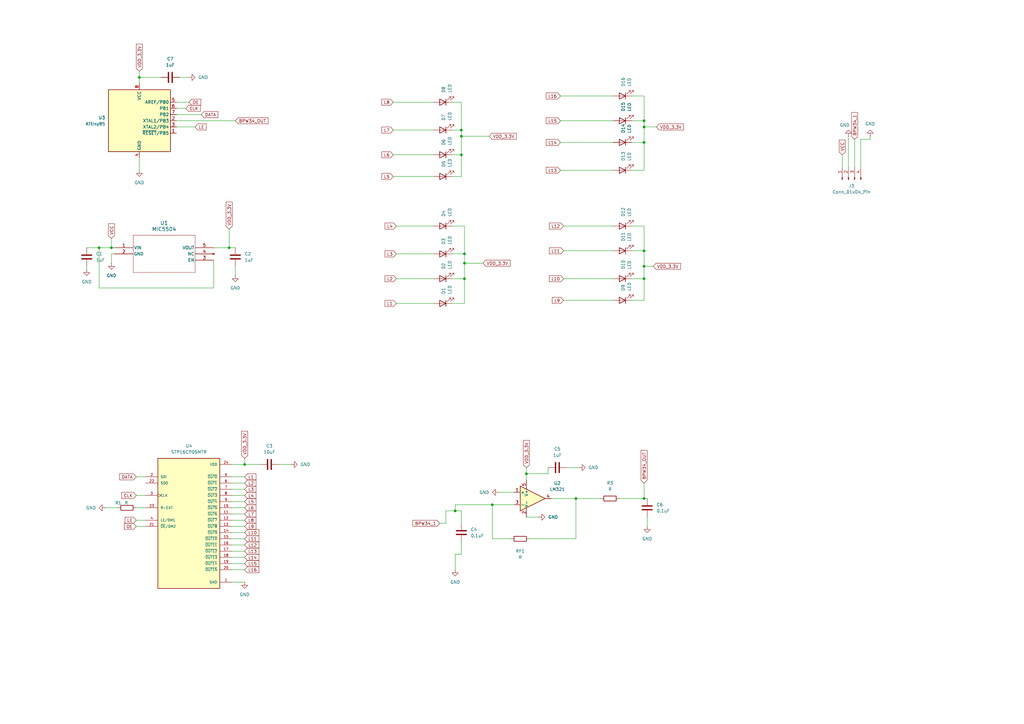
<source format=kicad_sch>
(kicad_sch (version 20231120) (generator "eeschema") (generator_version "8.0")
  (paper "A3")
  (lib_symbols
    (symbol "Amplifier_Operational:LM321" (pin_names (offset 0.127))
      (property "Reference" "U" (at 0 7.62 0))
      (property "Value" "LM321" (at 0 5.08 0))
      (symbol "LM321_0_1"
        (polyline (pts (xy -5.08 5.08) (xy 5.08 0) (xy -5.08 -5.08) (xy -5.08 5.08)) (stroke (width 0.254)) (fill (type background)))
      )
      (symbol "LM321_1_1"
        (pin input line (at -7.62 2.54 0) (length 2.54) (name "+") (number "1"))
        (pin power_in line (at -2.54 -7.62 90) (length 3.81) (name "V-") (number "2"))
        (pin input line (at -7.62 -2.54 0) (length 2.54) (name "-") (number "3"))
        (pin output line (at 7.62 0 180) (length 2.54) (name "~") (number "4"))
        (pin power_in line (at -2.54 7.62 270) (length 3.81) (name "V+") (number "5"))
      )
    )
    (symbol "Connector:Conn_01x04_Pin" (pin_names (offset 1.016) hide)
      (property "Reference" "J" (at 0 5.08 0))
      (property "Value" "Conn_01x04_Pin" (at 0 -7.62 0))
      (symbol "Conn_01x04_Pin_1_1"
        (polyline (pts (xy 1.27 -5.08) (xy 0.8636 -5.08)) (stroke (width 0.1524)))
        (polyline (pts (xy 1.27 -2.54) (xy 0.8636 -2.54)) (stroke (width 0.1524)))
        (polyline (pts (xy 1.27 0) (xy 0.8636 0)) (stroke (width 0.1524)))
        (polyline (pts (xy 1.27 2.54) (xy 0.8636 2.54)) (stroke (width 0.1524)))
        (rectangle (start 0.8636 -4.953) (end 0 -5.207) (stroke (width 0.1524)) (fill (type outline)))
        (rectangle (start 0.8636 -2.413) (end 0 -2.667) (stroke (width 0.1524)) (fill (type outline)))
        (rectangle (start 0.8636 0.127) (end 0 -0.127) (stroke (width 0.1524)) (fill (type outline)))
        (rectangle (start 0.8636 2.667) (end 0 2.413) (stroke (width 0.1524)) (fill (type outline)))
        (pin passive line (at 5.08 2.54 180) (length 3.81) (name "Pin_1") (number "1"))
        (pin passive line (at 5.08 0 180) (length 3.81) (name "Pin_2") (number "2"))
        (pin passive line (at 5.08 -2.54 180) (length 3.81) (name "Pin_3") (number "3"))
        (pin passive line (at 5.08 -5.08 180) (length 3.81) (name "Pin_4") (number "4"))
      )
    )
    (symbol "Device:C" (pin_numbers hide) (pin_names (offset 0.254))
      (property "Reference" "C" (at 0.635 2.54 0))
      (property "Value" "C" (at 0.635 -2.54 0))
      (symbol "C_0_1"
        (polyline (pts (xy -2.032 -0.762) (xy 2.032 -0.762)) (stroke (width 0.508)))
        (polyline (pts (xy -2.032 0.762) (xy 2.032 0.762)) (stroke (width 0.508)))
      )
      (symbol "C_1_1"
        (pin passive line (at 0 3.81 270) (length 2.794) (name "~") (number "1"))
        (pin passive line (at 0 -3.81 90) (length 2.794) (name "~") (number "2"))
      )
    )
    (symbol "Device:LED" (pin_numbers hide) (pin_names (offset 1.016) hide)
      (property "Reference" "D" (at 0 2.54 0))
      (property "Value" "LED" (at 0 -2.54 0))
      (symbol "LED_0_1"
        (polyline (pts (xy -1.27 -1.27) (xy -1.27 1.27)) (stroke (width 0.254)))
        (polyline (pts (xy -1.27 0) (xy 1.27 0)))
        (polyline (pts (xy 1.27 -1.27) (xy 1.27 1.27) (xy -1.27 0) (xy 1.27 -1.27)) (stroke (width 0.254)))
        (polyline (pts (xy -3.048 -0.762) (xy -4.572 -2.286) (xy -3.81 -2.286) (xy -4.572 -2.286) (xy -4.572 -1.524)))
        (polyline (pts (xy -1.778 -0.762) (xy -3.302 -2.286) (xy -2.54 -2.286) (xy -3.302 -2.286) (xy -3.302 -1.524)))
      )
      (symbol "LED_1_1"
        (pin passive line (at -3.81 0 0) (length 2.54) (name "K") (number "1"))
        (pin passive line (at 3.81 0 180) (length 2.54) (name "A") (number "2"))
      )
    )
    (symbol "Device:R" (pin_numbers hide) (pin_names (offset 0))
      (property "Reference" "R" (at 2.032 0 90))
      (property "Value" "R" (at 0 0 90))
      (symbol "R_0_1"
        (rectangle (start -1.016 -2.54) (end 1.016 2.54) (stroke (width 0.254)))
      )
      (symbol "R_1_1"
        (pin passive line (at 0 3.81 270) (length 1.27) (name "~") (number "1"))
        (pin passive line (at 0 -3.81 90) (length 1.27) (name "~") (number "2"))
      )
    )
    (symbol "MCU_Microchip_ATtiny:ATtiny85V-10S"
      (property "Reference" "U" (at -12.7 13.97 0))
      (property "Value" "ATtiny85V-10S" (at 2.54 -13.97 0))
      (symbol "ATtiny85V-10S_0_1"
        (rectangle (start -12.7 -12.7) (end 12.7 12.7) (stroke (width 0.254)) (fill (type background)))
      )
      (symbol "ATtiny85V-10S_1_1"
        (pin bidirectional line (at 15.24 -5.08 180) (length 2.54) (name "~{RESET}/PB5") (number "1"))
        (pin bidirectional line (at 15.24 0 180) (length 2.54) (name "XTAL1/PB3") (number "2"))
        (pin bidirectional line (at 15.24 -2.54 180) (length 2.54) (name "XTAL2/PB4") (number "3"))
        (pin power_in line (at 0 -15.24 90) (length 2.54) (name "GND") (number "4"))
        (pin bidirectional line (at 15.24 7.62 180) (length 2.54) (name "AREF/PB0") (number "5"))
        (pin bidirectional line (at 15.24 5.08 180) (length 2.54) (name "PB1") (number "6"))
        (pin bidirectional line (at 15.24 2.54 180) (length 2.54) (name "PB2") (number "7"))
        (pin power_in line (at 0 15.24 270) (length 2.54) (name "VCC") (number "8"))
      )
    )
    (symbol "MIC5504:MIC5504-3.3YM5-TR" (pin_names (offset 0.254))
      (property "Reference" "U" (at 20.32 10.16 0))
      (property "Value" "MIC5504-3.3YM5-TR" (at 20.32 7.62 0))
      (symbol "MIC5504-3.3YM5-TR_0_1"
        (polyline (pts (xy 7.62 -10.16) (xy 33.02 -10.16)) (stroke (width 0.127)))
        (polyline (pts (xy 7.62 5.08) (xy 7.62 -10.16)) (stroke (width 0.127)))
        (polyline (pts (xy 33.02 -10.16) (xy 33.02 5.08)) (stroke (width 0.127)))
        (polyline (pts (xy 33.02 5.08) (xy 7.62 5.08)) (stroke (width 0.127)))
        (pin input line (at 0 0 0) (length 7.62) (name "VIN") (number "1"))
        (pin power_in line (at 0 -2.54 0) (length 7.62) (name "GND") (number "2"))
        (pin input line (at 40.64 -5.08 180) (length 7.62) (name "EN") (number "3"))
        (pin no_connect line (at 40.64 -2.54 180) (length 7.62) (name "NC") (number "4"))
        (pin output line (at 40.64 0 180) (length 7.62) (name "VOUT") (number "5"))
      )
    )
    (symbol "STP16CP05MTR:STP16CP05MTR" (pin_names (offset 1.016))
      (property "Reference" "U" (at -12.7 26.4 0))
      (property "Value" "STP16CP05MTR" (at -12.7 -31.94 0))
      (symbol "STP16CP05MTR_0_0"
        (rectangle (start -12.7 -27.94) (end 12.7 25.4) (stroke (width 0.254)) (fill (type background)))
        (pin power_in line (at 17.78 -25.4 180) (length 5.08) (name "GND") (number "1"))
        (pin output line (at 17.78 5.08 180) (length 5.08) (name "~{OUT5}") (number "10"))
        (pin output line (at 17.78 2.54 180) (length 5.08) (name "~{OUT6}") (number "11"))
        (pin output line (at 17.78 0 180) (length 5.08) (name "~{OUT7}") (number "12"))
        (pin output line (at 17.78 -2.54 180) (length 5.08) (name "~{OUT8}") (number "13"))
        (pin output line (at 17.78 -5.08 180) (length 5.08) (name "~{OUT9}") (number "14"))
        (pin output line (at 17.78 -7.62 180) (length 5.08) (name "~{OUT10}") (number "15"))
        (pin output line (at 17.78 -10.16 180) (length 5.08) (name "~{OUT11}") (number "16"))
        (pin output line (at 17.78 -12.7 180) (length 5.08) (name "~{OUT12}") (number "17"))
        (pin output line (at 17.78 -15.24 180) (length 5.08) (name "~{OUT13}") (number "18"))
        (pin output line (at 17.78 -17.78 180) (length 5.08) (name "~{OUT14}") (number "19"))
        (pin input line (at -17.78 17.78 0) (length 5.08) (name "SDI") (number "2"))
        (pin output line (at 17.78 -20.32 180) (length 5.08) (name "~{OUT15}") (number "20"))
        (pin input line (at -17.78 -2.54 0) (length 5.08) (name "~{OE}/DM2") (number "21"))
        (pin output line (at -17.78 15.24 0) (length 5.08) (name "SDO") (number "22"))
        (pin input line (at -17.78 5.08 0) (length 5.08) (name "R-EXT") (number "23"))
        (pin power_in line (at 17.78 22.86 180) (length 5.08) (name "VDD") (number "24"))
        (pin input clock (at -17.78 10.16 0) (length 5.08) (name "CLK") (number "3"))
        (pin input line (at -17.78 0 0) (length 5.08) (name "LE/DM1") (number "4"))
        (pin output line (at 17.78 17.78 180) (length 5.08) (name "~{OUT0}") (number "5"))
        (pin output line (at 17.78 15.24 180) (length 5.08) (name "~{OUT1}") (number "6"))
        (pin output line (at 17.78 12.7 180) (length 5.08) (name "~{OUT2}") (number "7"))
        (pin output line (at 17.78 10.16 180) (length 5.08) (name "~{OUT3}") (number "8"))
        (pin output line (at 17.78 7.62 180) (length 5.08) (name "~{OUT4}") (number "9"))
      )
    )
    (symbol "power:GND" (power) (pin_numbers hide) (pin_names (offset 0) hide)
      (property "Value" "GND" (at 0 -3.81 0))
      (symbol "GND_0_1"
        (polyline (pts (xy 0 0) (xy 0 -1.27) (xy 1.27 -1.27) (xy 0 -2.54) (xy -1.27 -1.27) (xy 0 -1.27)))
      )
      (symbol "GND_1_1"
        (pin power_in line (at 0 0 270) (length 0) (name "~") (number "1"))
      )
    )
  )
  (junction (at 40.64 101.6))
  (junction (at 93.98 101.6))
  (junction (at 57.15 31.75))
  (junction (at 45.72 101.6))
  (junction (at 264.16 49.53))
  (junction (at 215.9 194.31))
  (junction (at 186.69 209.55))
  (junction (at 264.16 109.22))
  (junction (at 264.16 102.87))
  (junction (at 189.23 53.34))
  (junction (at 189.23 63.5))
  (junction (at 236.22 204.47))
  (junction (at 189.23 55.88))
  (junction (at 201.93 207.01))
  (junction (at 264.16 114.3))
  (junction (at 264.16 58.42))
  (junction (at 264.16 52.07))
  (junction (at 190.5 114.3))
  (junction (at 264.16 204.47))
  (junction (at 190.5 107.95))
  (junction (at 190.5 104.14))
  (junction (at 100.33 190.5))
  (wire (pts (xy 201.93 220.98) (xy 201.93 207.01)))
  (wire (pts (xy 210.82 207.01) (xy 201.93 207.01)))
  (wire (pts (xy 57.15 29.21) (xy 57.15 31.75)))
  (wire (pts (xy 201.93 207.01) (xy 186.69 207.01)))
  (wire (pts (xy 204.47 201.93) (xy 210.82 201.93)))
  (wire (pts (xy 259.08 102.87) (xy 264.16 102.87)))
  (wire (pts (xy 231.14 92.71) (xy 251.46 92.71)))
  (wire (pts (xy 189.23 41.91) (xy 189.23 53.34)))
  (wire (pts (xy 232.41 191.77) (xy 237.49 191.77)))
  (wire (pts (xy 259.08 58.42) (xy 264.16 58.42)))
  (wire (pts (xy 264.16 102.87) (xy 264.16 109.22)))
  (wire (pts (xy 162.56 104.14) (xy 177.8 104.14)))
  (wire (pts (xy 259.08 92.71) (xy 264.16 92.71)))
  (wire (pts (xy 353.06 57.15) (xy 356.87 57.15)))
  (wire (pts (xy 259.08 114.3) (xy 264.16 114.3)))
  (wire (pts (xy 95.25 215.9) (xy 100.33 215.9)))
  (wire (pts (xy 72.39 52.07) (xy 80.01 52.07)))
  (wire (pts (xy 35.56 109.22) (xy 35.56 110.49)))
  (wire (pts (xy 72.39 46.99) (xy 82.55 46.99)))
  (wire (pts (xy 259.08 49.53) (xy 264.16 49.53)))
  (wire (pts (xy 186.69 207.01) (xy 186.69 209.55)))
  (wire (pts (xy 93.98 101.6) (xy 96.52 101.6)))
  (wire (pts (xy 185.42 104.14) (xy 190.5 104.14)))
  (wire (pts (xy 264.16 52.07) (xy 264.16 49.53)))
  (wire (pts (xy 264.16 92.71) (xy 264.16 102.87)))
  (wire (pts (xy 95.25 228.6) (xy 100.33 228.6)))
  (wire (pts (xy 95.25 203.2) (xy 100.33 203.2)))
  (wire (pts (xy 45.72 107.95) (xy 45.72 104.14)))
  (wire (pts (xy 189.23 55.88) (xy 200.66 55.88)))
  (wire (pts (xy 347.98 55.88) (xy 347.98 68.58)))
  (wire (pts (xy 185.42 41.91) (xy 189.23 41.91)))
  (wire (pts (xy 45.72 97.79) (xy 45.72 101.6)))
  (wire (pts (xy 264.16 204.47) (xy 265.43 204.47)))
  (wire (pts (xy 189.23 214.63) (xy 189.23 209.55)))
  (wire (pts (xy 96.52 109.22) (xy 96.52 113.03)))
  (wire (pts (xy 95.25 210.82) (xy 100.33 210.82)))
  (wire (pts (xy 57.15 31.75) (xy 66.04 31.75)))
  (wire (pts (xy 259.08 123.19) (xy 264.16 123.19)))
  (wire (pts (xy 254 204.47) (xy 264.16 204.47)))
  (wire (pts (xy 189.23 222.25) (xy 189.23 227.33)))
  (wire (pts (xy 40.64 118.11) (xy 40.64 101.6)))
  (wire (pts (xy 162.56 92.71) (xy 177.8 92.71)))
  (wire (pts (xy 95.25 218.44) (xy 100.33 218.44)))
  (wire (pts (xy 236.22 204.47) (xy 246.38 204.47)))
  (wire (pts (xy 185.42 72.39) (xy 189.23 72.39)))
  (wire (pts (xy 185.42 124.46) (xy 190.5 124.46)))
  (wire (pts (xy 185.42 53.34) (xy 189.23 53.34)))
  (wire (pts (xy 217.17 220.98) (xy 236.22 220.98)))
  (wire (pts (xy 93.98 93.98) (xy 93.98 101.6)))
  (wire (pts (xy 224.79 191.77) (xy 224.79 194.31)))
  (wire (pts (xy 190.5 114.3) (xy 190.5 124.46)))
  (wire (pts (xy 57.15 31.75) (xy 57.15 34.29)))
  (wire (pts (xy 189.23 53.34) (xy 189.23 55.88)))
  (wire (pts (xy 189.23 209.55) (xy 186.69 209.55)))
  (wire (pts (xy 161.29 53.34) (xy 177.8 53.34)))
  (wire (pts (xy 190.5 104.14) (xy 190.5 107.95)))
  (wire (pts (xy 95.25 195.58) (xy 100.33 195.58)))
  (wire (pts (xy 264.16 58.42) (xy 264.16 52.07)))
  (wire (pts (xy 215.9 212.09) (xy 220.98 212.09)))
  (wire (pts (xy 264.16 39.37) (xy 264.16 49.53)))
  (wire (pts (xy 95.25 208.28) (xy 100.33 208.28)))
  (wire (pts (xy 55.88 213.36) (xy 59.69 213.36)))
  (wire (pts (xy 229.87 39.37) (xy 251.46 39.37)))
  (wire (pts (xy 356.87 57.15) (xy 356.87 55.88)))
  (wire (pts (xy 161.29 41.91) (xy 177.8 41.91)))
  (wire (pts (xy 95.25 213.36) (xy 100.33 213.36)))
  (wire (pts (xy 224.79 194.31) (xy 215.9 194.31)))
  (wire (pts (xy 259.08 69.85) (xy 264.16 69.85)))
  (wire (pts (xy 55.88 195.58) (xy 59.69 195.58)))
  (wire (pts (xy 229.87 69.85) (xy 251.46 69.85)))
  (wire (pts (xy 259.08 39.37) (xy 264.16 39.37)))
  (wire (pts (xy 180.34 214.63) (xy 182.88 214.63)))
  (wire (pts (xy 231.14 114.3) (xy 251.46 114.3)))
  (wire (pts (xy 215.9 194.31) (xy 215.9 196.85)))
  (wire (pts (xy 182.88 209.55) (xy 182.88 214.63)))
  (wire (pts (xy 264.16 123.19) (xy 264.16 114.3)))
  (wire (pts (xy 35.56 101.6) (xy 40.64 101.6)))
  (wire (pts (xy 87.63 118.11) (xy 40.64 118.11)))
  (wire (pts (xy 55.88 215.9) (xy 59.69 215.9)))
  (wire (pts (xy 95.25 226.06) (xy 100.33 226.06)))
  (wire (pts (xy 45.72 101.6) (xy 46.99 101.6)))
  (wire (pts (xy 95.25 233.68) (xy 100.33 233.68)))
  (wire (pts (xy 95.25 190.5) (xy 100.33 190.5)))
  (wire (pts (xy 95.25 223.52) (xy 100.33 223.52)))
  (wire (pts (xy 186.69 227.33) (xy 186.69 233.68)))
  (wire (pts (xy 265.43 212.09) (xy 265.43 215.9)))
  (wire (pts (xy 231.14 102.87) (xy 251.46 102.87)))
  (wire (pts (xy 95.25 205.74) (xy 100.33 205.74)))
  (wire (pts (xy 186.69 227.33) (xy 189.23 227.33)))
  (wire (pts (xy 114.3 190.5) (xy 119.38 190.5)))
  (wire (pts (xy 229.87 58.42) (xy 251.46 58.42)))
  (wire (pts (xy 162.56 114.3) (xy 177.8 114.3)))
  (wire (pts (xy 189.23 63.5) (xy 189.23 72.39)))
  (wire (pts (xy 40.64 101.6) (xy 45.72 101.6)))
  (wire (pts (xy 95.25 231.14) (xy 100.33 231.14)))
  (wire (pts (xy 162.56 124.46) (xy 177.8 124.46)))
  (wire (pts (xy 55.88 208.28) (xy 59.69 208.28)))
  (wire (pts (xy 209.55 220.98) (xy 201.93 220.98)))
  (wire (pts (xy 95.25 198.12) (xy 100.33 198.12)))
  (wire (pts (xy 190.5 107.95) (xy 198.12 107.95)))
  (wire (pts (xy 215.9 191.77) (xy 215.9 194.31)))
  (wire (pts (xy 43.18 208.28) (xy 48.26 208.28)))
  (wire (pts (xy 185.42 114.3) (xy 190.5 114.3)))
  (wire (pts (xy 264.16 109.22) (xy 264.16 114.3)))
  (wire (pts (xy 229.87 49.53) (xy 251.46 49.53)))
  (wire (pts (xy 72.39 49.53) (xy 96.52 49.53)))
  (wire (pts (xy 87.63 106.68) (xy 87.63 118.11)))
  (wire (pts (xy 264.16 52.07) (xy 269.24 52.07)))
  (wire (pts (xy 189.23 55.88) (xy 189.23 63.5)))
  (wire (pts (xy 236.22 220.98) (xy 236.22 204.47)))
  (wire (pts (xy 100.33 187.96) (xy 100.33 190.5)))
  (wire (pts (xy 95.25 220.98) (xy 100.33 220.98)))
  (wire (pts (xy 190.5 92.71) (xy 190.5 104.14)))
  (wire (pts (xy 72.39 41.91) (xy 77.47 41.91)))
  (wire (pts (xy 264.16 109.22) (xy 267.97 109.22)))
  (wire (pts (xy 353.06 57.15) (xy 353.06 68.58)))
  (wire (pts (xy 350.52 57.15) (xy 350.52 68.58)))
  (wire (pts (xy 186.69 209.55) (xy 182.88 209.55)))
  (wire (pts (xy 161.29 72.39) (xy 177.8 72.39)))
  (wire (pts (xy 95.25 238.76) (xy 100.33 238.76)))
  (wire (pts (xy 185.42 63.5) (xy 189.23 63.5)))
  (wire (pts (xy 73.66 31.75) (xy 77.47 31.75)))
  (wire (pts (xy 100.33 190.5) (xy 106.68 190.5)))
  (wire (pts (xy 55.88 203.2) (xy 59.69 203.2)))
  (wire (pts (xy 190.5 107.95) (xy 190.5 114.3)))
  (wire (pts (xy 264.16 198.12) (xy 264.16 204.47)))
  (wire (pts (xy 87.63 101.6) (xy 93.98 101.6)))
  (wire (pts (xy 345.44 63.5) (xy 345.44 68.58)))
  (wire (pts (xy 45.72 104.14) (xy 46.99 104.14)))
  (wire (pts (xy 72.39 44.45) (xy 76.2 44.45)))
  (wire (pts (xy 264.16 58.42) (xy 264.16 69.85)))
  (wire (pts (xy 57.15 64.77) (xy 57.15 69.85)))
  (wire (pts (xy 185.42 92.71) (xy 190.5 92.71)))
  (wire (pts (xy 236.22 204.47) (xy 226.06 204.47)))
  (wire (pts (xy 231.14 123.19) (xy 251.46 123.19)))
  (wire (pts (xy 95.25 200.66) (xy 100.33 200.66)))
  (wire (pts (xy 161.29 63.5) (xy 177.8 63.5)))
  (global_label "BPW34_1" (shape input) (at 180.34 214.63 180) (property "Intersheetrefs" "${INTERSHEET_REFS}" (effects (hide yes))))
  (global_label "BPW34_1" (shape input) (at 350.52 57.15 90) (property "Intersheetrefs" "${INTERSHEET_REFS}" (effects (hide yes))))
  (global_label "L14" (shape input) (at 100.33 228.6 0) (property "Intersheetrefs" "${INTERSHEET_REFS}" (effects (hide yes))))
  (global_label "CLK" (shape input) (at 55.88 203.2 180) (property "Intersheetrefs" "${INTERSHEET_REFS}" (effects (hide yes))))
  (global_label "VCC" (shape input) (at 345.44 63.5 90) (property "Intersheetrefs" "${INTERSHEET_REFS}" (effects (hide yes))))
  (global_label "LE" (shape input) (at 55.88 213.36 180) (property "Intersheetrefs" "${INTERSHEET_REFS}" (effects (hide yes))))
  (global_label "VDD_3.3V" (shape input) (at 198.12 107.95 0) (property "Intersheetrefs" "${INTERSHEET_REFS}" (effects (hide yes))))
  (global_label "VDD_3.3V" (shape input) (at 100.33 187.96 90) (property "Intersheetrefs" "${INTERSHEET_REFS}" (effects (hide yes))))
  (global_label "L6" (shape input) (at 161.29 63.5 180) (property "Intersheetrefs" "${INTERSHEET_REFS}" (effects (hide yes))))
  (global_label "L11" (shape input) (at 100.33 220.98 0) (property "Intersheetrefs" "${INTERSHEET_REFS}" (effects (hide yes))))
  (global_label "VDD_3.3V" (shape input) (at 215.9 191.77 90) (property "Intersheetrefs" "${INTERSHEET_REFS}" (effects (hide yes))))
  (global_label "CLK" (shape input) (at 76.2 44.45 0) (property "Intersheetrefs" "${INTERSHEET_REFS}" (effects (hide yes))))
  (global_label "L8" (shape input) (at 161.29 41.91 180) (property "Intersheetrefs" "${INTERSHEET_REFS}" (effects (hide yes))))
  (global_label "L7" (shape input) (at 100.33 210.82 0) (property "Intersheetrefs" "${INTERSHEET_REFS}" (effects (hide yes))))
  (global_label "L3" (shape input) (at 100.33 200.66 0) (property "Intersheetrefs" "${INTERSHEET_REFS}" (effects (hide yes))))
  (global_label "L7" (shape input) (at 161.29 53.34 180) (property "Intersheetrefs" "${INTERSHEET_REFS}" (effects (hide yes))))
  (global_label "BPW34_OUT" (shape input) (at 96.52 49.53 0) (property "Intersheetrefs" "${INTERSHEET_REFS}" (effects (hide yes))))
  (global_label "L1" (shape input) (at 100.33 195.58 0) (property "Intersheetrefs" "${INTERSHEET_REFS}" (effects (hide yes))))
  (global_label "L14" (shape input) (at 229.87 58.42 180) (property "Intersheetrefs" "${INTERSHEET_REFS}" (effects (hide yes))))
  (global_label "L10" (shape input) (at 100.33 218.44 0) (property "Intersheetrefs" "${INTERSHEET_REFS}" (effects (hide yes))))
  (global_label "L16" (shape input) (at 100.33 233.68 0) (property "Intersheetrefs" "${INTERSHEET_REFS}" (effects (hide yes))))
  (global_label "L9" (shape input) (at 231.14 123.19 180) (property "Intersheetrefs" "${INTERSHEET_REFS}" (effects (hide yes))))
  (global_label "L12" (shape input) (at 100.33 223.52 0) (property "Intersheetrefs" "${INTERSHEET_REFS}" (effects (hide yes))))
  (global_label "L13" (shape input) (at 229.87 69.85 180) (property "Intersheetrefs" "${INTERSHEET_REFS}" (effects (hide yes))))
  (global_label "DATA" (shape input) (at 55.88 195.58 180) (property "Intersheetrefs" "${INTERSHEET_REFS}" (effects (hide yes))))
  (global_label "L2" (shape input) (at 162.56 114.3 180) (property "Intersheetrefs" "${INTERSHEET_REFS}" (effects (hide yes))))
  (global_label "L2" (shape input) (at 100.33 198.12 0) (property "Intersheetrefs" "${INTERSHEET_REFS}" (effects (hide yes))))
  (global_label "OE" (shape input) (at 55.88 215.9 180) (property "Intersheetrefs" "${INTERSHEET_REFS}" (effects (hide yes))))
  (global_label "VDD_3.3V" (shape input) (at 269.24 52.07 0) (property "Intersheetrefs" "${INTERSHEET_REFS}" (effects (hide yes))))
  (global_label "L10" (shape input) (at 231.14 114.3 180) (property "Intersheetrefs" "${INTERSHEET_REFS}" (effects (hide yes))))
  (global_label "L16" (shape input) (at 229.87 39.37 180) (property "Intersheetrefs" "${INTERSHEET_REFS}" (effects (hide yes))))
  (global_label "L5" (shape input) (at 100.33 205.74 0) (property "Intersheetrefs" "${INTERSHEET_REFS}" (effects (hide yes))))
  (global_label "L12" (shape input) (at 231.14 92.71 180) (property "Intersheetrefs" "${INTERSHEET_REFS}" (effects (hide yes))))
  (global_label "DATA" (shape input) (at 82.55 46.99 0) (property "Intersheetrefs" "${INTERSHEET_REFS}" (effects (hide yes))))
  (global_label "L8" (shape input) (at 100.33 213.36 0) (property "Intersheetrefs" "${INTERSHEET_REFS}" (effects (hide yes))))
  (global_label "L4" (shape input) (at 100.33 203.2 0) (property "Intersheetrefs" "${INTERSHEET_REFS}" (effects (hide yes))))
  (global_label "L15" (shape input) (at 100.33 231.14 0) (property "Intersheetrefs" "${INTERSHEET_REFS}" (effects (hide yes))))
  (global_label "L13" (shape input) (at 100.33 226.06 0) (property "Intersheetrefs" "${INTERSHEET_REFS}" (effects (hide yes))))
  (global_label "VCC" (shape input) (at 45.72 97.79 90) (property "Intersheetrefs" "${INTERSHEET_REFS}" (effects (hide yes))))
  (global_label "VDD_3.3V" (shape input) (at 267.97 109.22 0) (property "Intersheetrefs" "${INTERSHEET_REFS}" (effects (hide yes))))
  (global_label "OE" (shape input) (at 77.47 41.91 0) (property "Intersheetrefs" "${INTERSHEET_REFS}" (effects (hide yes))))
  (global_label "L15" (shape input) (at 229.87 49.53 180) (property "Intersheetrefs" "${INTERSHEET_REFS}" (effects (hide yes))))
  (global_label "L6" (shape input) (at 100.33 208.28 0) (property "Intersheetrefs" "${INTERSHEET_REFS}" (effects (hide yes))))
  (global_label "VDD_3.3V" (shape input) (at 93.98 93.98 90) (property "Intersheetrefs" "${INTERSHEET_REFS}" (effects (hide yes))))
  (global_label "L3" (shape input) (at 162.56 104.14 180) (property "Intersheetrefs" "${INTERSHEET_REFS}" (effects (hide yes))))
  (global_label "L9" (shape input) (at 100.33 215.9 0) (property "Intersheetrefs" "${INTERSHEET_REFS}" (effects (hide yes))))
  (global_label "L4" (shape input) (at 162.56 92.71 180) (property "Intersheetrefs" "${INTERSHEET_REFS}" (effects (hide yes))))
  (global_label "VDD_3.3V" (shape input) (at 200.66 55.88 0) (property "Intersheetrefs" "${INTERSHEET_REFS}" (effects (hide yes))))
  (global_label "L5" (shape input) (at 161.29 72.39 180) (property "Intersheetrefs" "${INTERSHEET_REFS}" (effects (hide yes))))
  (global_label "BPW34_OUT" (shape input) (at 264.16 198.12 90) (property "Intersheetrefs" "${INTERSHEET_REFS}" (effects (hide yes))))
  (global_label "L1" (shape input) (at 162.56 124.46 180) (property "Intersheetrefs" "${INTERSHEET_REFS}" (effects (hide yes))))
  (global_label "VDD_3.3V" (shape input) (at 57.15 29.21 90) (property "Intersheetrefs" "${INTERSHEET_REFS}" (effects (hide yes))))
  (global_label "LE" (shape input) (at 80.01 52.07 0) (property "Intersheetrefs" "${INTERSHEET_REFS}" (effects (hide yes))))
  (global_label "L11" (shape input) (at 231.14 102.87 180) (property "Intersheetrefs" "${INTERSHEET_REFS}" (effects (hide yes))))
  (symbol (lib_id "Device:LED") (at 181.61 41.91 180) (unit 1)
    (property "Reference" "D8" (at 181.9274 38.1 90) (effects (justify right)))
    (property "Value" "LED" (at 184.4674 38.1 90) (effects (justify right)))
    (property "Footprint" "LED_SMD:LED_0805_2012Metric_Pad1.15x1.40mm_HandSolder" (effects (hide yes)))
    (property "Description" "Light emitting diode" (effects (hide yes)))
  )
  (symbol (lib_id "Device:LED") (at 181.61 92.71 180) (unit 1)
    (property "Reference" "D4" (at 181.9274 88.9 90) (effects (justify right)))
    (property "Value" "LED" (at 184.4674 88.9 90) (effects (justify right)))
    (property "Footprint" "LED_SMD:LED_0805_2012Metric_Pad1.15x1.40mm_HandSolder" (effects (hide yes)))
    (property "Description" "Light emitting diode" (effects (hide yes)))
  )
  (symbol (lib_id "Device:LED") (at 255.27 39.37 180) (unit 1)
    (property "Reference" "D16" (at 255.5874 35.56 90) (effects (justify right)))
    (property "Value" "LED" (at 258.1274 35.56 90) (effects (justify right)))
    (property "Footprint" "LED_SMD:LED_0805_2012Metric_Pad1.15x1.40mm_HandSolder" (effects (hide yes)))
    (property "Description" "Light emitting diode" (effects (hide yes)))
  )
  (symbol (lib_id "MCU_Microchip_ATtiny:ATtiny85V-10S") (at 57.15 49.53 0) (unit 1)
    (property "Reference" "U3" (at 43.18 48.2599 0) (effects (justify right)))
    (property "Value" "ATtiny85" (at 43.18 50.7999 0) (effects (justify right)))
    (property "Footprint" "Package_SO:SOIC-8W_5.3x5.3mm_P1.27mm" (effects (hide yes)))
    (property "Datasheet" "http://ww1.microchip.com/downloads/en/DeviceDoc/atmel-2586-avr-8-bit-microcontroller-attiny25-attiny45-attiny85_datasheet.pdf" (effects (hide yes)))
    (property "Description" "10MHz, 8kB Flash, 512B SRAM, 512B EEPROM, debugWIRE, SOIC-8W" (effects (hide yes)))
  )
  (symbol (lib_id "power:GND") (at 237.49 191.77 90) (unit 1)
    (property "Reference" "#PWR05" (effects (hide yes)))
    (property "Value" "GND" (at 241.3 191.7699 90) (effects (justify right)))
    (property "Description" "Power symbol creates a global label with name \"GND\" , ground" (effects (hide yes)))
  )
  (symbol (lib_id "STP16CP05MTR:STP16CP05MTR") (at 77.47 213.36 0) (unit 1)
    (property "Reference" "U4" (at 77.47 182.88 0))
    (property "Value" "STP16CP05MTR" (at 77.47 185.42 0))
    (property "Footprint" "STP16CP05MTR:SOIC127P1032X265-24N" (effects (hide yes)))
    (property "MF" "STMicroelectronics" (effects (hide yes)))
    (property "DESCRIPTION" "STP16CP05 Series 100mA 30MHz Low Voltage 16-bit Constant Current LED Sink Driver" (effects (hide yes)))
    (property "PACKAGE" "SO-24 STMicroelectronics" (effects (hide yes)))
    (property "PRICE" "None" (effects (hide yes)))
    (property "STANDARD" "IPC-7351B" (effects (hide yes)))
    (property "MP" "STP16CP05MTR" (effects (hide yes)))
    (property "AVAILABILITY" "Unavailable" (effects (hide yes)))
    (property "SNAPEDA_PACKAGE_ID" "5603" (effects (hide yes)))
  )
  (symbol (lib_id "Device:LED") (at 181.61 63.5 180) (unit 1)
    (property "Reference" "D6" (at 181.9274 59.69 90) (effects (justify right)))
    (property "Value" "LED" (at 184.4674 59.69 90) (effects (justify right)))
    (property "Footprint" "LED_SMD:LED_0805_2012Metric_Pad1.15x1.40mm_HandSolder" (effects (hide yes)))
    (property "Description" "Light emitting diode" (effects (hide yes)))
  )
  (symbol (lib_id "power:GND") (at 100.33 238.76 0) (unit 1)
    (property "Reference" "#PWR017" (effects (hide yes)))
    (property "Value" "GND" (at 100.33 243.84 0))
    (property "Description" "Power symbol creates a global label with name \"GND\" , ground" (effects (hide yes)))
  )
  (symbol (lib_id "Device:LED") (at 255.27 92.71 180) (unit 1)
    (property "Reference" "D12" (at 255.5874 88.9 90) (effects (justify right)))
    (property "Value" "LED" (at 258.1274 88.9 90) (effects (justify right)))
    (property "Footprint" "LED_SMD:LED_0805_2012Metric_Pad1.15x1.40mm_HandSolder" (effects (hide yes)))
    (property "Description" "Light emitting diode" (effects (hide yes)))
  )
  (symbol (lib_id "power:GND") (at 347.98 55.88 180) (unit 1)
    (property "Reference" "#PWR019" (effects (hide yes)))
    (property "Value" "GND" (at 346.456 51.308 0))
    (property "Description" "Power symbol creates a global label with name \"GND\" , ground" (effects (hide yes)))
  )
  (symbol (lib_id "Device:LED") (at 181.61 114.3 180) (unit 1)
    (property "Reference" "D2" (at 181.9274 110.49 90) (effects (justify right)))
    (property "Value" "LED" (at 184.4674 110.49 90) (effects (justify right)))
    (property "Footprint" "LED_SMD:LED_0805_2012Metric_Pad1.15x1.40mm_HandSolder" (effects (hide yes)))
    (property "Description" "Light emitting diode" (effects (hide yes)))
  )
  (symbol (lib_id "power:GND") (at 35.56 110.49 0) (unit 1)
    (property "Reference" "#PWR021" (effects (hide yes)))
    (property "Value" "GND" (at 35.56 115.57 0))
    (property "Description" "Power symbol creates a global label with name \"GND\" , ground" (effects (hide yes)))
  )
  (symbol (lib_id "Device:C") (at 96.52 105.41 0) (unit 1)
    (property "Reference" "C2" (at 100.33 104.1399 0) (effects (justify left)))
    (property "Value" "1uF" (at 100.33 106.6799 0) (effects (justify left)))
    (property "Footprint" "Capacitor_SMD:C_0603_1608Metric_Pad1.08x0.95mm_HandSolder" (effects (hide yes)))
    (property "Description" "Unpolarized capacitor" (effects (hide yes)))
  )
  (symbol (lib_id "Device:C") (at 189.23 218.44 180) (unit 1)
    (property "Reference" "C4" (at 193.04 217.1699 0) (effects (justify right)))
    (property "Value" "0.1uF" (at 193.04 219.7099 0) (effects (justify right)))
    (property "Footprint" "Capacitor_SMD:C_0603_1608Metric" (effects (hide yes)))
    (property "Description" "Unpolarized capacitor" (effects (hide yes)))
  )
  (symbol (lib_id "power:GND") (at 220.98 212.09 90) (unit 1)
    (property "Reference" "#PWR04" (effects (hide yes)))
    (property "Value" "GND" (at 224.79 212.0899 90) (effects (justify right)))
    (property "Description" "Power symbol creates a global label with name \"GND\" , ground" (effects (hide yes)))
  )
  (symbol (lib_id "Device:LED") (at 181.61 124.46 180) (unit 1)
    (property "Reference" "D1" (at 181.9274 120.65 90) (effects (justify right)))
    (property "Value" "LED" (at 184.4674 120.65 90) (effects (justify right)))
    (property "Footprint" "LED_SMD:LED_0805_2012Metric_Pad1.15x1.40mm_HandSolder" (effects (hide yes)))
    (property "Description" "Light emitting diode" (effects (hide yes)))
  )
  (symbol (lib_id "Device:C") (at 69.85 31.75 90) (unit 1)
    (property "Reference" "C7" (at 69.85 24.13 90))
    (property "Value" "1uF" (at 69.85 26.67 90))
    (property "Footprint" "Capacitor_SMD:C_0603_1608Metric" (effects (hide yes)))
    (property "Description" "Unpolarized capacitor" (effects (hide yes)))
  )
  (symbol (lib_id "Connector:Conn_01x04_Pin") (at 347.98 73.66 90) (unit 1)
    (property "Reference" "J3" (at 349.25 76.2 90))
    (property "Value" "Conn_01x04_Pin" (at 349.25 78.74 90))
    (property "Footprint" "Connector_PinHeader_2.54mm:PinHeader_1x04_P2.54mm_Vertical" (effects (hide yes)))
    (property "Description" "Generic connector, single row, 01x04, script generated" (effects (hide yes)))
  )
  (symbol (lib_id "Device:LED") (at 255.27 123.19 180) (unit 1)
    (property "Reference" "D9" (at 255.5874 119.38 90) (effects (justify right)))
    (property "Value" "LED" (at 258.1274 119.38 90) (effects (justify right)))
    (property "Footprint" "LED_SMD:LED_0805_2012Metric_Pad1.15x1.40mm_HandSolder" (effects (hide yes)))
    (property "Description" "Light emitting diode" (effects (hide yes)))
  )
  (symbol (lib_id "power:GND") (at 57.15 69.85 0) (unit 1)
    (property "Reference" "#PWR023" (effects (hide yes)))
    (property "Value" "GND" (at 57.15 74.93 0))
    (property "Description" "Power symbol creates a global label with name \"GND\" , ground" (effects (hide yes)))
  )
  (symbol (lib_id "power:GND") (at 119.38 190.5 90) (unit 1)
    (property "Reference" "#PWR01" (effects (hide yes)))
    (property "Value" "GND" (at 123.19 190.4999 90) (effects (justify right)))
    (property "Description" "Power symbol creates a global label with name \"GND\" , ground" (effects (hide yes)))
  )
  (symbol (lib_id "Amplifier_Operational:LM321") (at 218.44 204.47 0) (unit 1)
    (property "Reference" "U2" (at 228.6 198.1514 0))
    (property "Value" "LM321" (at 228.6 200.6914 0))
    (property "Footprint" "Package_TO_SOT_SMD:SOT-23-5" (effects (hide yes)))
    (property "Datasheet" "http://www.ti.com/lit/ds/symlink/lm321.pdf" (effects (hide yes)))
    (property "Description" "Low Power Single Operational Amplifier, SOT-23-5" (effects (hide yes)))
  )
  (symbol (lib_id "power:GND") (at 77.47 31.75 90) (unit 1)
    (property "Reference" "#PWR08" (effects (hide yes)))
    (property "Value" "GND" (at 81.28 31.7499 90) (effects (justify right)))
    (property "Description" "Power symbol creates a global label with name \"GND\" , ground" (effects (hide yes)))
  )
  (symbol (lib_id "Device:LED") (at 255.27 69.85 180) (unit 1)
    (property "Reference" "D13" (at 255.5874 66.04 90) (effects (justify right)))
    (property "Value" "LED" (at 258.1274 66.04 90) (effects (justify right)))
    (property "Footprint" "LED_SMD:LED_0805_2012Metric_Pad1.15x1.40mm_HandSolder" (effects (hide yes)))
    (property "Description" "Light emitting diode" (effects (hide yes)))
  )
  (symbol (lib_id "Device:C") (at 228.6 191.77 90) (unit 1)
    (property "Reference" "C5" (at 228.6 184.15 90))
    (property "Value" "1uF" (at 228.6 186.69 90))
    (property "Footprint" "Capacitor_SMD:C_0603_1608Metric" (effects (hide yes)))
    (property "Description" "Unpolarized capacitor" (effects (hide yes)))
  )
  (symbol (lib_id "Device:LED") (at 255.27 102.87 180) (unit 1)
    (property "Reference" "D11" (at 255.5874 99.06 90) (effects (justify right)))
    (property "Value" "LED" (at 258.1274 99.06 90) (effects (justify right)))
    (property "Footprint" "LED_SMD:LED_0805_2012Metric_Pad1.15x1.40mm_HandSolder" (effects (hide yes)))
    (property "Description" "Light emitting diode" (effects (hide yes)))
  )
  (symbol (lib_id "power:GND") (at 356.87 55.88 180) (unit 1)
    (property "Reference" "#PWR07" (effects (hide yes)))
    (property "Value" "GND" (at 356.87 50.8 0))
    (property "Description" "Power symbol creates a global label with name \"GND\" , ground" (effects (hide yes)))
  )
  (symbol (lib_id "Device:LED") (at 255.27 58.42 180) (unit 1)
    (property "Reference" "D14" (at 255.5874 54.61 90) (effects (justify right)))
    (property "Value" "LED" (at 258.1274 54.61 90) (effects (justify right)))
    (property "Footprint" "LED_SMD:LED_0805_2012Metric_Pad1.15x1.40mm_HandSolder" (effects (hide yes)))
    (property "Description" "Light emitting diode" (effects (hide yes)))
  )
  (symbol (lib_id "Device:R") (at 250.19 204.47 90) (unit 1)
    (property "Reference" "R3" (at 250.19 198.12 90))
    (property "Value" "R" (at 250.19 200.66 90))
    (property "Footprint" "Resistor_SMD:R_0603_1608Metric" (effects (hide yes)))
    (property "Description" "Resistor" (effects (hide yes)))
  )
  (symbol (lib_id "Device:C") (at 110.49 190.5 90) (unit 1)
    (property "Reference" "C3" (at 110.49 182.88 90))
    (property "Value" "10uF" (at 110.49 185.42 90))
    (property "Footprint" "Capacitor_SMD:C_0603_1608Metric_Pad1.08x0.95mm_HandSolder" (effects (hide yes)))
    (property "Description" "Unpolarized capacitor" (effects (hide yes)))
  )
  (symbol (lib_id "power:GND") (at 43.18 208.28 270) (unit 1)
    (property "Reference" "#PWR018" (effects (hide yes)))
    (property "Value" "GND" (at 39.37 208.2799 90) (effects (justify right)))
    (property "Description" "Power symbol creates a global label with name \"GND\" , ground" (effects (hide yes)))
  )
  (symbol (lib_id "Device:LED") (at 255.27 49.53 180) (unit 1)
    (property "Reference" "D15" (at 255.5874 45.72 90) (effects (justify right)))
    (property "Value" "LED" (at 258.1274 45.72 90) (effects (justify right)))
    (property "Footprint" "LED_SMD:LED_0805_2012Metric_Pad1.15x1.40mm_HandSolder" (effects (hide yes)))
    (property "Description" "Light emitting diode" (effects (hide yes)))
  )
  (symbol (lib_id "Device:R") (at 213.36 220.98 90) (unit 1)
    (property "Reference" "RF1" (at 213.36 226.06 90))
    (property "Value" "R" (at 213.36 228.6 90))
    (property "Footprint" "Resistor_SMD:R_0603_1608Metric" (effects (hide yes)))
    (property "Description" "Resistor" (effects (hide yes)))
  )
  (symbol (lib_id "Device:LED") (at 181.61 53.34 180) (unit 1)
    (property "Reference" "D7" (at 181.9274 49.53 90) (effects (justify right)))
    (property "Value" "LED" (at 184.4674 49.53 90) (effects (justify right)))
    (property "Footprint" "LED_SMD:LED_0805_2012Metric_Pad1.15x1.40mm_HandSolder" (effects (hide yes)))
    (property "Description" "Light emitting diode" (effects (hide yes)))
  )
  (symbol (lib_id "Device:LED") (at 181.61 72.39 180) (unit 1)
    (property "Reference" "D5" (at 181.9274 68.58 90) (effects (justify right)))
    (property "Value" "LED" (at 184.4674 68.58 90) (effects (justify right)))
    (property "Footprint" "LED_SMD:LED_0805_2012Metric_Pad1.15x1.40mm_HandSolder" (effects (hide yes)))
    (property "Description" "Light emitting diode" (effects (hide yes)))
  )
  (symbol (lib_id "Device:LED") (at 255.27 114.3 180) (unit 1)
    (property "Reference" "D10" (at 255.5874 110.49 90) (effects (justify right)))
    (property "Value" "LED" (at 258.1274 110.49 90) (effects (justify right)))
    (property "Footprint" "LED_SMD:LED_0805_2012Metric_Pad1.15x1.40mm_HandSolder" (effects (hide yes)))
    (property "Description" "Light emitting diode" (effects (hide yes)))
  )
  (symbol (lib_id "power:GND") (at 265.43 215.9 0) (unit 1)
    (property "Reference" "#PWR06" (effects (hide yes)))
    (property "Value" "GND" (at 265.43 220.98 0))
    (property "Description" "Power symbol creates a global label with name \"GND\" , ground" (effects (hide yes)))
  )
  (symbol (lib_id "power:GND") (at 186.69 233.68 0) (unit 1)
    (property "Reference" "#PWR02" (effects (hide yes)))
    (property "Value" "GND" (at 186.69 238.76 0))
    (property "Description" "Power symbol creates a global label with name \"GND\" , ground" (effects (hide yes)))
  )
  (symbol (lib_id "Device:C") (at 35.56 105.41 0) (unit 1)
    (property "Reference" "C1" (at 39.37 104.1399 0) (effects (justify left)))
    (property "Value" "1uF" (at 39.37 106.6799 0) (effects (justify left)))
    (property "Footprint" "Capacitor_SMD:C_0603_1608Metric_Pad1.08x0.95mm_HandSolder" (effects (hide yes)))
    (property "Description" "Unpolarized capacitor" (effects (hide yes)))
  )
  (symbol (lib_id "power:GND") (at 45.72 107.95 0) (unit 1)
    (property "Reference" "#PWR020" (effects (hide yes)))
    (property "Value" "GND" (at 45.72 113.03 0))
    (property "Description" "Power symbol creates a global label with name \"GND\" , ground" (effects (hide yes)))
  )
  (symbol (lib_id "Device:C") (at 265.43 208.28 180) (unit 1)
    (property "Reference" "C6" (at 269.24 207.0099 0) (effects (justify right)))
    (property "Value" "0.1uF" (at 269.24 209.5499 0) (effects (justify right)))
    (property "Footprint" "Capacitor_SMD:C_0603_1608Metric" (effects (hide yes)))
    (property "Description" "Unpolarized capacitor" (effects (hide yes)))
  )
  (symbol (lib_id "power:GND") (at 204.47 201.93 270) (unit 1)
    (property "Reference" "#PWR03" (effects (hide yes)))
    (property "Value" "GND" (at 200.66 201.9299 90) (effects (justify right)))
    (property "Description" "Power symbol creates a global label with name \"GND\" , ground" (effects (hide yes)))
  )
  (symbol (lib_id "Device:R") (at 52.07 208.28 90) (unit 1)
    (property "Reference" "R1" (at 48.514 206.248 90))
    (property "Value" "R" (at 51.816 206.248 90))
    (property "Footprint" "Resistor_SMD:R_0603_1608Metric_Pad0.98x0.95mm_HandSolder" (effects (hide yes)))
    (property "Description" "Resistor" (effects (hide yes)))
  )
  (symbol (lib_id "power:GND") (at 96.52 113.03 0) (unit 1)
    (property "Reference" "#PWR022" (effects (hide yes)))
    (property "Value" "GND" (at 96.52 118.11 0))
    (property "Description" "Power symbol creates a global label with name \"GND\" , ground" (effects (hide yes)))
  )
  (symbol (lib_id "Device:LED") (at 181.61 104.14 180) (unit 1)
    (property "Reference" "D3" (at 181.9274 100.33 90) (effects (justify right)))
    (property "Value" "LED" (at 184.4674 100.33 90) (effects (justify right)))
    (property "Footprint" "LED_SMD:LED_0805_2012Metric_Pad1.15x1.40mm_HandSolder" (effects (hide yes)))
    (property "Description" "Light emitting diode" (effects (hide yes)))
  )
  (symbol (lib_id "MIC5504:MIC5504-3.3YM5-TR") (at 46.99 101.6 0) (unit 1)
    (property "Reference" "U1" (at 67.31 91.44 0) (effects (font (size 1.524 1.524))))
    (property "Value" "MIC5504" (at 67.31 93.98 0) (effects (font (size 1.524 1.524))))
    (property "Footprint" "SOT-23-5_MC_MCH" (effects (hide yes)))
    (property "Datasheet" "MIC5504-3.3YM5-TR" (effects (hide yes)))
  )
)
</source>
